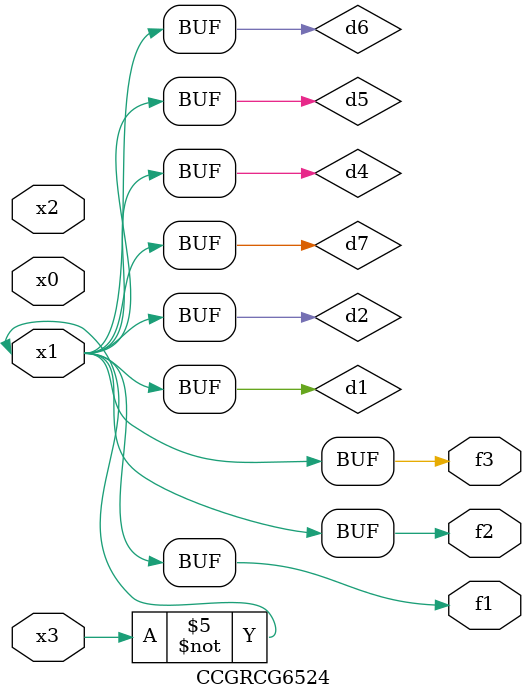
<source format=v>
module CCGRCG6524(
	input x0, x1, x2, x3,
	output f1, f2, f3
);

	wire d1, d2, d3, d4, d5, d6, d7;

	not (d1, x3);
	buf (d2, x1);
	xnor (d3, d1, d2);
	nor (d4, d1);
	buf (d5, d1, d2);
	buf (d6, d4, d5);
	nand (d7, d4);
	assign f1 = d6;
	assign f2 = d7;
	assign f3 = d6;
endmodule

</source>
